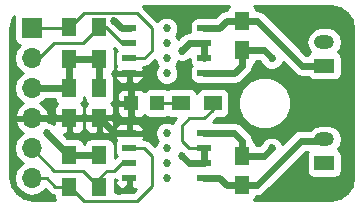
<source format=gtl>
G04 #@! TF.FileFunction,Copper,L1,Top,Signal*
%FSLAX46Y46*%
G04 Gerber Fmt 4.6, Leading zero omitted, Abs format (unit mm)*
G04 Created by KiCad (PCBNEW 4.0.6-e0-6349~53~ubuntu16.04.1) date Fri Apr 14 17:40:12 2017*
%MOMM*%
%LPD*%
G01*
G04 APERTURE LIST*
%ADD10C,0.100000*%
%ADD11R,1.700000X1.200000*%
%ADD12O,1.700000X1.200000*%
%ADD13R,1.250000X1.500000*%
%ADD14R,1.200000X1.200000*%
%ADD15R,1.700000X1.700000*%
%ADD16O,1.700000X1.700000*%
%ADD17R,1.500000X1.300000*%
%ADD18R,1.300000X1.500000*%
%ADD19R,1.143000X0.508000*%
%ADD20C,0.685800*%
%ADD21C,0.600000*%
%ADD22C,0.250000*%
%ADD23C,0.400000*%
%ADD24C,0.254000*%
G04 APERTURE END LIST*
D10*
D11*
X188595000Y-93980000D03*
D12*
X188595000Y-91980000D03*
D11*
X188595000Y-85725000D03*
D12*
X188595000Y-83725000D03*
D13*
X167005000Y-87650000D03*
X167005000Y-90150000D03*
X169545000Y-87650000D03*
X169545000Y-90150000D03*
X181610000Y-84435000D03*
X181610000Y-81935000D03*
X181610000Y-95865000D03*
X181610000Y-93365000D03*
D14*
X174455000Y-88900000D03*
X172255000Y-88900000D03*
D15*
X163830000Y-82550000D03*
D16*
X163830000Y-85090000D03*
X163830000Y-87630000D03*
X163830000Y-90170000D03*
X163830000Y-92710000D03*
X163830000Y-95250000D03*
D17*
X179150000Y-88900000D03*
X176450000Y-88900000D03*
D18*
X167005000Y-85170000D03*
X167005000Y-82470000D03*
X169545000Y-85170000D03*
X169545000Y-82470000D03*
X169545000Y-93265000D03*
X169545000Y-95965000D03*
X167005000Y-93265000D03*
X167005000Y-95965000D03*
D19*
X172085000Y-86360000D03*
X172085000Y-85090000D03*
X172085000Y-83820000D03*
X172085000Y-82550000D03*
X178435000Y-82550000D03*
X178435000Y-83820000D03*
X178435000Y-85090000D03*
X178435000Y-86360000D03*
X172085000Y-95250000D03*
X172085000Y-93980000D03*
X172085000Y-92710000D03*
X172085000Y-91440000D03*
X178435000Y-91440000D03*
X178435000Y-92710000D03*
X178435000Y-93980000D03*
X178435000Y-95250000D03*
D20*
X175260000Y-95250000D03*
X175260000Y-92710000D03*
X175260000Y-86360000D03*
X175260000Y-83820000D03*
X175260000Y-93980000D03*
X175260000Y-91440000D03*
X175260000Y-85090000D03*
X175260000Y-82550000D03*
X165100000Y-91440000D03*
X176530000Y-93345000D03*
X176530000Y-84455000D03*
X171246800Y-96367600D03*
X176530000Y-81280000D03*
X170815000Y-81915000D03*
X184150000Y-85090000D03*
X184150000Y-92710000D03*
D21*
X167005000Y-93265000D02*
X166925000Y-93265000D01*
X166925000Y-93265000D02*
X165100000Y-91440000D01*
X176530000Y-93345000D02*
X177165000Y-93980000D01*
X177165000Y-83820000D02*
X178435000Y-83820000D01*
X176530000Y-84455000D02*
X177165000Y-83820000D01*
X167005000Y-85170000D02*
X169545000Y-85170000D01*
X169545000Y-87650000D02*
X169545000Y-85170000D01*
X167005000Y-87650000D02*
X167005000Y-85170000D01*
X167005000Y-93265000D02*
X169545000Y-93265000D01*
X163830000Y-87630000D02*
X166985000Y-87630000D01*
X166985000Y-87630000D02*
X167005000Y-87650000D01*
D22*
X179150000Y-88900000D02*
X179150000Y-89455000D01*
X179150000Y-89455000D02*
X178435000Y-90170000D01*
D21*
X178435000Y-83820000D02*
X178435000Y-85090000D01*
X177165000Y-93980000D02*
X178435000Y-93980000D01*
X178435000Y-92710000D02*
X178435000Y-93980000D01*
D22*
X177165000Y-92710000D02*
X178435000Y-92710000D01*
X178435000Y-90170000D02*
X177165000Y-90170000D01*
X177165000Y-90170000D02*
X176530000Y-90805000D01*
X176530000Y-90805000D02*
X176530000Y-92075000D01*
X176530000Y-92075000D02*
X177165000Y-92710000D01*
D23*
X172085000Y-95250000D02*
X172085000Y-95834200D01*
X171551600Y-96367600D02*
X171246800Y-96367600D01*
X172085000Y-95834200D02*
X171551600Y-96367600D01*
D21*
X172085000Y-82550000D02*
X171450000Y-82550000D01*
X171450000Y-82550000D02*
X170815000Y-81915000D01*
X167005000Y-90150000D02*
X169545000Y-90150000D01*
X169545000Y-90150000D02*
X170835000Y-91440000D01*
X170835000Y-91440000D02*
X172085000Y-91440000D01*
X163830000Y-90170000D02*
X166985000Y-90170000D01*
X166985000Y-90170000D02*
X167005000Y-90150000D01*
D22*
X172085000Y-86360000D02*
X172085000Y-88730000D01*
X172085000Y-88730000D02*
X172255000Y-88900000D01*
X172085000Y-91440000D02*
X172085000Y-89070000D01*
X172085000Y-89070000D02*
X172255000Y-88900000D01*
X172085000Y-91440000D02*
X170835000Y-91440000D01*
D21*
X183495000Y-84435000D02*
X181610000Y-84435000D01*
X184150000Y-85090000D02*
X183495000Y-84435000D01*
X178435000Y-86360000D02*
X180975000Y-86360000D01*
X181610000Y-85725000D02*
X181610000Y-84435000D01*
X180975000Y-86360000D02*
X181610000Y-85725000D01*
X181610000Y-81935000D02*
X182900000Y-81935000D01*
X186690000Y-85725000D02*
X188595000Y-85725000D01*
X182900000Y-81935000D02*
X186690000Y-85725000D01*
X178435000Y-82550000D02*
X179705000Y-82550000D01*
X180320000Y-81935000D02*
X181610000Y-81935000D01*
X179705000Y-82550000D02*
X180320000Y-81935000D01*
X178435000Y-95250000D02*
X179705000Y-95250000D01*
X180320000Y-95865000D02*
X181610000Y-95865000D01*
X179705000Y-95250000D02*
X180320000Y-95865000D01*
X181610000Y-95865000D02*
X182860000Y-95865000D01*
X186650000Y-92075000D02*
X188500000Y-92075000D01*
X182860000Y-95865000D02*
X186650000Y-92075000D01*
X188500000Y-92075000D02*
X188595000Y-91980000D01*
X181610000Y-93365000D02*
X183495000Y-93365000D01*
X183495000Y-93365000D02*
X184150000Y-92710000D01*
X178435000Y-91440000D02*
X180975000Y-91440000D01*
X181610000Y-92075000D02*
X181610000Y-93365000D01*
X180975000Y-91440000D02*
X181610000Y-92075000D01*
D22*
X174455000Y-88900000D02*
X176450000Y-88900000D01*
X167005000Y-82470000D02*
X167085000Y-82470000D01*
X167085000Y-82470000D02*
X168275000Y-81280000D01*
X173355000Y-85090000D02*
X172085000Y-85090000D01*
X173990000Y-84455000D02*
X173355000Y-85090000D01*
X173990000Y-82550000D02*
X173990000Y-84455000D01*
X172720000Y-81280000D02*
X173990000Y-82550000D01*
X168275000Y-81280000D02*
X172720000Y-81280000D01*
X163830000Y-82550000D02*
X166925000Y-82550000D01*
X166925000Y-82550000D02*
X167005000Y-82470000D01*
X172085000Y-83820000D02*
X171450000Y-83820000D01*
X171450000Y-83820000D02*
X170100000Y-82470000D01*
X170100000Y-82470000D02*
X169545000Y-82470000D01*
X163830000Y-85090000D02*
X164465000Y-85090000D01*
X164465000Y-85090000D02*
X165735000Y-83820000D01*
X165735000Y-83820000D02*
X168195000Y-83820000D01*
X168195000Y-83820000D02*
X169545000Y-82470000D01*
X169545000Y-95965000D02*
X169545000Y-95250000D01*
X169545000Y-95250000D02*
X170180000Y-94615000D01*
X171450000Y-93980000D02*
X172085000Y-93980000D01*
X170815000Y-94615000D02*
X171450000Y-93980000D01*
X170180000Y-94615000D02*
X170815000Y-94615000D01*
X163830000Y-92710000D02*
X165735000Y-94615000D01*
X168195000Y-94615000D02*
X169545000Y-95965000D01*
X165735000Y-94615000D02*
X168195000Y-94615000D01*
X163830000Y-95250000D02*
X165100000Y-95250000D01*
X165815000Y-95965000D02*
X167005000Y-95965000D01*
X165100000Y-95250000D02*
X165815000Y-95965000D01*
X167005000Y-95965000D02*
X167005000Y-95885000D01*
X167005000Y-95885000D02*
X168275000Y-97155000D01*
X168275000Y-97155000D02*
X172720000Y-97155000D01*
X172720000Y-97155000D02*
X173990000Y-95885000D01*
X173990000Y-95885000D02*
X173990000Y-93345000D01*
X173990000Y-93345000D02*
X173355000Y-92710000D01*
X173355000Y-92710000D02*
X172085000Y-92710000D01*
D24*
G36*
X189924989Y-80872152D02*
X190514170Y-81265830D01*
X190907848Y-81855011D01*
X191060000Y-82619931D01*
X191060000Y-95180069D01*
X190907848Y-95944989D01*
X190514170Y-96534170D01*
X189924989Y-96927848D01*
X189160069Y-97080000D01*
X182685027Y-97080000D01*
X182686441Y-97079090D01*
X182831431Y-96866890D01*
X182844977Y-96800000D01*
X182860000Y-96800000D01*
X183217809Y-96728827D01*
X183521145Y-96526145D01*
X187037290Y-93010000D01*
X187229270Y-93010000D01*
X187148569Y-93128110D01*
X187097560Y-93380000D01*
X187097560Y-94580000D01*
X187141838Y-94815317D01*
X187280910Y-95031441D01*
X187493110Y-95176431D01*
X187745000Y-95227440D01*
X189445000Y-95227440D01*
X189680317Y-95183162D01*
X189896441Y-95044090D01*
X190041431Y-94831890D01*
X190092440Y-94580000D01*
X190092440Y-93380000D01*
X190048162Y-93144683D01*
X189909090Y-92928559D01*
X189763525Y-92829099D01*
X190015084Y-92452614D01*
X190109093Y-91980000D01*
X190015084Y-91507386D01*
X189747370Y-91106723D01*
X189346707Y-90839009D01*
X188874093Y-90745000D01*
X188315907Y-90745000D01*
X187843293Y-90839009D01*
X187442630Y-91106723D01*
X187420395Y-91140000D01*
X186650000Y-91140000D01*
X186292191Y-91211173D01*
X185988855Y-91413855D01*
X185057402Y-92345308D01*
X184979507Y-92156788D01*
X184704659Y-91881460D01*
X184345370Y-91732270D01*
X183956337Y-91731931D01*
X183596788Y-91880493D01*
X183321460Y-92155341D01*
X183278209Y-92259501D01*
X183107710Y-92430000D01*
X182847630Y-92430000D01*
X182838162Y-92379683D01*
X182699090Y-92163559D01*
X182541150Y-92055643D01*
X182473827Y-91717191D01*
X182271145Y-91413855D01*
X181636145Y-90778855D01*
X181332809Y-90576173D01*
X180975000Y-90505000D01*
X179174802Y-90505000D01*
X179482362Y-90197440D01*
X179900000Y-90197440D01*
X180135317Y-90153162D01*
X180351441Y-90014090D01*
X180496431Y-89801890D01*
X180547440Y-89550000D01*
X180547440Y-89342619D01*
X181279613Y-89342619D01*
X181619155Y-90164372D01*
X182247321Y-90793636D01*
X183068481Y-91134611D01*
X183957619Y-91135387D01*
X184779372Y-90795845D01*
X185408636Y-90167679D01*
X185749611Y-89346519D01*
X185750387Y-88457381D01*
X185410845Y-87635628D01*
X184782679Y-87006364D01*
X183961519Y-86665389D01*
X183072381Y-86664613D01*
X182250628Y-87004155D01*
X181621364Y-87632321D01*
X181280389Y-88453481D01*
X181279613Y-89342619D01*
X180547440Y-89342619D01*
X180547440Y-88250000D01*
X180503162Y-88014683D01*
X180364090Y-87798559D01*
X180151890Y-87653569D01*
X179900000Y-87602560D01*
X178400000Y-87602560D01*
X178164683Y-87646838D01*
X177948559Y-87785910D01*
X177803569Y-87998110D01*
X177800919Y-88011197D01*
X177664090Y-87798559D01*
X177451890Y-87653569D01*
X177200000Y-87602560D01*
X175700000Y-87602560D01*
X175464683Y-87646838D01*
X175340661Y-87726644D01*
X175306890Y-87703569D01*
X175055000Y-87652560D01*
X173855000Y-87652560D01*
X173619683Y-87696838D01*
X173403559Y-87835910D01*
X173357031Y-87904006D01*
X173214698Y-87761673D01*
X172981309Y-87665000D01*
X172540750Y-87665000D01*
X172382000Y-87823750D01*
X172382000Y-88773000D01*
X172402000Y-88773000D01*
X172402000Y-89027000D01*
X172382000Y-89027000D01*
X172382000Y-89976250D01*
X172540750Y-90135000D01*
X172981309Y-90135000D01*
X173214698Y-90038327D01*
X173355936Y-89897090D01*
X173390910Y-89951441D01*
X173603110Y-90096431D01*
X173855000Y-90147440D01*
X175055000Y-90147440D01*
X175290317Y-90103162D01*
X175338967Y-90071857D01*
X175448110Y-90146431D01*
X175700000Y-90197440D01*
X176062758Y-90197440D01*
X175992599Y-90267599D01*
X175827852Y-90514161D01*
X175808968Y-90609097D01*
X175455370Y-90462270D01*
X175066337Y-90461931D01*
X174706788Y-90610493D01*
X174431460Y-90885341D01*
X174282270Y-91244630D01*
X174281931Y-91633663D01*
X174430493Y-91993212D01*
X174512040Y-92074901D01*
X174431460Y-92155341D01*
X174282270Y-92514630D01*
X174282228Y-92562426D01*
X173892401Y-92172599D01*
X173645839Y-92007852D01*
X173355000Y-91950000D01*
X173237780Y-91950000D01*
X173291500Y-91820309D01*
X173291500Y-91725750D01*
X173132750Y-91567000D01*
X172212000Y-91567000D01*
X172212000Y-91587000D01*
X171958000Y-91587000D01*
X171958000Y-91567000D01*
X171037250Y-91567000D01*
X170878500Y-91725750D01*
X170878500Y-91820309D01*
X170975173Y-92053698D01*
X171001709Y-92080235D01*
X170917069Y-92204110D01*
X170866060Y-92456000D01*
X170866060Y-92964000D01*
X170910338Y-93199317D01*
X171004666Y-93345907D01*
X170960442Y-93410631D01*
X170912599Y-93442599D01*
X170842440Y-93512758D01*
X170842440Y-92515000D01*
X170798162Y-92279683D01*
X170659090Y-92063559D01*
X170446890Y-91918569D01*
X170195000Y-91867560D01*
X168895000Y-91867560D01*
X168659683Y-91911838D01*
X168443559Y-92050910D01*
X168298569Y-92263110D01*
X168285023Y-92330000D01*
X168267630Y-92330000D01*
X168258162Y-92279683D01*
X168119090Y-92063559D01*
X167906890Y-91918569D01*
X167655000Y-91867560D01*
X166849850Y-91867560D01*
X166517290Y-91535000D01*
X166719250Y-91535000D01*
X166878000Y-91376250D01*
X166878000Y-90277000D01*
X167132000Y-90277000D01*
X167132000Y-91376250D01*
X167290750Y-91535000D01*
X167756310Y-91535000D01*
X167989699Y-91438327D01*
X168168327Y-91259698D01*
X168265000Y-91026309D01*
X168265000Y-90435750D01*
X168285000Y-90435750D01*
X168285000Y-91026309D01*
X168381673Y-91259698D01*
X168560301Y-91438327D01*
X168793690Y-91535000D01*
X169259250Y-91535000D01*
X169418000Y-91376250D01*
X169418000Y-90277000D01*
X169672000Y-90277000D01*
X169672000Y-91376250D01*
X169830750Y-91535000D01*
X170296310Y-91535000D01*
X170529699Y-91438327D01*
X170708327Y-91259698D01*
X170791172Y-91059691D01*
X170878500Y-91059691D01*
X170878500Y-91154250D01*
X171037250Y-91313000D01*
X171958000Y-91313000D01*
X171958000Y-90709750D01*
X172212000Y-90709750D01*
X172212000Y-91313000D01*
X173132750Y-91313000D01*
X173291500Y-91154250D01*
X173291500Y-91059691D01*
X173194827Y-90826302D01*
X173016199Y-90647673D01*
X172782810Y-90551000D01*
X172370750Y-90551000D01*
X172212000Y-90709750D01*
X171958000Y-90709750D01*
X171799250Y-90551000D01*
X171387190Y-90551000D01*
X171153801Y-90647673D01*
X170975173Y-90826302D01*
X170878500Y-91059691D01*
X170791172Y-91059691D01*
X170805000Y-91026309D01*
X170805000Y-90435750D01*
X170646250Y-90277000D01*
X169672000Y-90277000D01*
X169418000Y-90277000D01*
X168443750Y-90277000D01*
X168285000Y-90435750D01*
X168265000Y-90435750D01*
X168106250Y-90277000D01*
X167132000Y-90277000D01*
X166878000Y-90277000D01*
X165903750Y-90277000D01*
X165745000Y-90435750D01*
X165745000Y-90701959D01*
X165654659Y-90611460D01*
X165295370Y-90462270D01*
X165237347Y-90462219D01*
X165150155Y-90297000D01*
X163957000Y-90297000D01*
X163957000Y-90317000D01*
X163703000Y-90317000D01*
X163703000Y-90297000D01*
X162509845Y-90297000D01*
X162388524Y-90526890D01*
X162558355Y-90936924D01*
X162948642Y-91365183D01*
X163091553Y-91432298D01*
X162750853Y-91659946D01*
X162428946Y-92141715D01*
X162315907Y-92710000D01*
X162428946Y-93278285D01*
X162750853Y-93760054D01*
X163080026Y-93980000D01*
X162750853Y-94199946D01*
X162428946Y-94681715D01*
X162315907Y-95250000D01*
X162428946Y-95818285D01*
X162750853Y-96300054D01*
X163232622Y-96621961D01*
X163800907Y-96735000D01*
X163859093Y-96735000D01*
X164427378Y-96621961D01*
X164909147Y-96300054D01*
X164975679Y-96200481D01*
X165277599Y-96502401D01*
X165524161Y-96667148D01*
X165707560Y-96703629D01*
X165707560Y-96715000D01*
X165751838Y-96950317D01*
X165835287Y-97080000D01*
X163899931Y-97080000D01*
X163135011Y-96927848D01*
X162545830Y-96534170D01*
X162152152Y-95944989D01*
X162000000Y-95180069D01*
X162000000Y-82619931D01*
X162152152Y-81855011D01*
X162365972Y-81535007D01*
X162332560Y-81700000D01*
X162332560Y-83400000D01*
X162376838Y-83635317D01*
X162515910Y-83851441D01*
X162728110Y-83996431D01*
X162795541Y-84010086D01*
X162750853Y-84039946D01*
X162428946Y-84521715D01*
X162315907Y-85090000D01*
X162428946Y-85658285D01*
X162750853Y-86140054D01*
X163080026Y-86360000D01*
X162750853Y-86579946D01*
X162428946Y-87061715D01*
X162315907Y-87630000D01*
X162428946Y-88198285D01*
X162750853Y-88680054D01*
X163091553Y-88907702D01*
X162948642Y-88974817D01*
X162558355Y-89403076D01*
X162388524Y-89813110D01*
X162509845Y-90043000D01*
X163703000Y-90043000D01*
X163703000Y-90023000D01*
X163957000Y-90023000D01*
X163957000Y-90043000D01*
X165150155Y-90043000D01*
X165271476Y-89813110D01*
X165101645Y-89403076D01*
X164711358Y-88974817D01*
X164568447Y-88907702D01*
X164909147Y-88680054D01*
X164986023Y-88565000D01*
X165763607Y-88565000D01*
X165776838Y-88635317D01*
X165915910Y-88851441D01*
X165984006Y-88897969D01*
X165841673Y-89040302D01*
X165745000Y-89273691D01*
X165745000Y-89864250D01*
X165903750Y-90023000D01*
X166878000Y-90023000D01*
X166878000Y-90003000D01*
X167132000Y-90003000D01*
X167132000Y-90023000D01*
X168106250Y-90023000D01*
X168265000Y-89864250D01*
X168265000Y-89273691D01*
X168168327Y-89040302D01*
X168027090Y-88899064D01*
X168081441Y-88864090D01*
X168226431Y-88651890D01*
X168274910Y-88412491D01*
X168316838Y-88635317D01*
X168455910Y-88851441D01*
X168524006Y-88897969D01*
X168381673Y-89040302D01*
X168285000Y-89273691D01*
X168285000Y-89864250D01*
X168443750Y-90023000D01*
X169418000Y-90023000D01*
X169418000Y-90003000D01*
X169672000Y-90003000D01*
X169672000Y-90023000D01*
X170646250Y-90023000D01*
X170805000Y-89864250D01*
X170805000Y-89273691D01*
X170768574Y-89185750D01*
X171020000Y-89185750D01*
X171020000Y-89626310D01*
X171116673Y-89859699D01*
X171295302Y-90038327D01*
X171528691Y-90135000D01*
X171969250Y-90135000D01*
X172128000Y-89976250D01*
X172128000Y-89027000D01*
X171178750Y-89027000D01*
X171020000Y-89185750D01*
X170768574Y-89185750D01*
X170708327Y-89040302D01*
X170567090Y-88899064D01*
X170621441Y-88864090D01*
X170766431Y-88651890D01*
X170817440Y-88400000D01*
X170817440Y-88173690D01*
X171020000Y-88173690D01*
X171020000Y-88614250D01*
X171178750Y-88773000D01*
X172128000Y-88773000D01*
X172128000Y-87823750D01*
X171969250Y-87665000D01*
X171528691Y-87665000D01*
X171295302Y-87761673D01*
X171116673Y-87940301D01*
X171020000Y-88173690D01*
X170817440Y-88173690D01*
X170817440Y-86900000D01*
X170773162Y-86664683D01*
X170760979Y-86645750D01*
X170878500Y-86645750D01*
X170878500Y-86740309D01*
X170975173Y-86973698D01*
X171153801Y-87152327D01*
X171387190Y-87249000D01*
X171799250Y-87249000D01*
X171958000Y-87090250D01*
X171958000Y-86487000D01*
X172212000Y-86487000D01*
X172212000Y-87090250D01*
X172370750Y-87249000D01*
X172782810Y-87249000D01*
X173016199Y-87152327D01*
X173194827Y-86973698D01*
X173291500Y-86740309D01*
X173291500Y-86645750D01*
X173132750Y-86487000D01*
X172212000Y-86487000D01*
X171958000Y-86487000D01*
X171037250Y-86487000D01*
X170878500Y-86645750D01*
X170760979Y-86645750D01*
X170634090Y-86448559D01*
X170591489Y-86419451D01*
X170646441Y-86384090D01*
X170791431Y-86171890D01*
X170842440Y-85920000D01*
X170842440Y-84420000D01*
X170811670Y-84256472D01*
X170912599Y-84357401D01*
X170962912Y-84391019D01*
X171004666Y-84455907D01*
X170917069Y-84584110D01*
X170866060Y-84836000D01*
X170866060Y-85344000D01*
X170910338Y-85579317D01*
X171001104Y-85720371D01*
X170975173Y-85746302D01*
X170878500Y-85979691D01*
X170878500Y-86074250D01*
X171037250Y-86233000D01*
X171958000Y-86233000D01*
X171958000Y-86213000D01*
X172212000Y-86213000D01*
X172212000Y-86233000D01*
X173132750Y-86233000D01*
X173291500Y-86074250D01*
X173291500Y-85979691D01*
X173237780Y-85850000D01*
X173355000Y-85850000D01*
X173645839Y-85792148D01*
X173892401Y-85627401D01*
X174281971Y-85237831D01*
X174281931Y-85283663D01*
X174430493Y-85643212D01*
X174512040Y-85724901D01*
X174431460Y-85805341D01*
X174282270Y-86164630D01*
X174281931Y-86553663D01*
X174430493Y-86913212D01*
X174705341Y-87188540D01*
X175064630Y-87337730D01*
X175453663Y-87338069D01*
X175813212Y-87189507D01*
X176088540Y-86914659D01*
X176237730Y-86555370D01*
X176238069Y-86166337D01*
X176089507Y-85806788D01*
X176007960Y-85725099D01*
X176088540Y-85644659D01*
X176199790Y-85376739D01*
X176334630Y-85432730D01*
X176723663Y-85433069D01*
X177083212Y-85284507D01*
X177216060Y-85151891D01*
X177216060Y-85344000D01*
X177260338Y-85579317D01*
X177354666Y-85725907D01*
X177267069Y-85854110D01*
X177216060Y-86106000D01*
X177216060Y-86614000D01*
X177260338Y-86849317D01*
X177399410Y-87065441D01*
X177611610Y-87210431D01*
X177863500Y-87261440D01*
X178266283Y-87261440D01*
X178435000Y-87295000D01*
X180975000Y-87295000D01*
X181332809Y-87223827D01*
X181636145Y-87021145D01*
X182271145Y-86386145D01*
X182414305Y-86171890D01*
X182473827Y-86082809D01*
X182541554Y-85742322D01*
X182686441Y-85649090D01*
X182831431Y-85436890D01*
X182844977Y-85370000D01*
X183107710Y-85370000D01*
X183277943Y-85540233D01*
X183320493Y-85643212D01*
X183595341Y-85918540D01*
X183954630Y-86067730D01*
X184343663Y-86068069D01*
X184703212Y-85919507D01*
X184978540Y-85644659D01*
X185069152Y-85426442D01*
X186028855Y-86386145D01*
X186332191Y-86588827D01*
X186690000Y-86660000D01*
X187205982Y-86660000D01*
X187280910Y-86776441D01*
X187493110Y-86921431D01*
X187745000Y-86972440D01*
X189445000Y-86972440D01*
X189680317Y-86928162D01*
X189896441Y-86789090D01*
X190041431Y-86576890D01*
X190092440Y-86325000D01*
X190092440Y-85125000D01*
X190048162Y-84889683D01*
X189909090Y-84673559D01*
X189763525Y-84574099D01*
X190015084Y-84197614D01*
X190109093Y-83725000D01*
X190015084Y-83252386D01*
X189747370Y-82851723D01*
X189346707Y-82584009D01*
X188874093Y-82490000D01*
X188315907Y-82490000D01*
X187843293Y-82584009D01*
X187442630Y-82851723D01*
X187174916Y-83252386D01*
X187080907Y-83725000D01*
X187174916Y-84197614D01*
X187427074Y-84574996D01*
X187293559Y-84660910D01*
X187205356Y-84790000D01*
X187077290Y-84790000D01*
X183561145Y-81273855D01*
X183257809Y-81071173D01*
X182900000Y-81000000D01*
X182847630Y-81000000D01*
X182838162Y-80949683D01*
X182699090Y-80733559D01*
X182679246Y-80720000D01*
X189160069Y-80720000D01*
X189924989Y-80872152D01*
X189924989Y-80872152D01*
G37*
X189924989Y-80872152D02*
X190514170Y-81265830D01*
X190907848Y-81855011D01*
X191060000Y-82619931D01*
X191060000Y-95180069D01*
X190907848Y-95944989D01*
X190514170Y-96534170D01*
X189924989Y-96927848D01*
X189160069Y-97080000D01*
X182685027Y-97080000D01*
X182686441Y-97079090D01*
X182831431Y-96866890D01*
X182844977Y-96800000D01*
X182860000Y-96800000D01*
X183217809Y-96728827D01*
X183521145Y-96526145D01*
X187037290Y-93010000D01*
X187229270Y-93010000D01*
X187148569Y-93128110D01*
X187097560Y-93380000D01*
X187097560Y-94580000D01*
X187141838Y-94815317D01*
X187280910Y-95031441D01*
X187493110Y-95176431D01*
X187745000Y-95227440D01*
X189445000Y-95227440D01*
X189680317Y-95183162D01*
X189896441Y-95044090D01*
X190041431Y-94831890D01*
X190092440Y-94580000D01*
X190092440Y-93380000D01*
X190048162Y-93144683D01*
X189909090Y-92928559D01*
X189763525Y-92829099D01*
X190015084Y-92452614D01*
X190109093Y-91980000D01*
X190015084Y-91507386D01*
X189747370Y-91106723D01*
X189346707Y-90839009D01*
X188874093Y-90745000D01*
X188315907Y-90745000D01*
X187843293Y-90839009D01*
X187442630Y-91106723D01*
X187420395Y-91140000D01*
X186650000Y-91140000D01*
X186292191Y-91211173D01*
X185988855Y-91413855D01*
X185057402Y-92345308D01*
X184979507Y-92156788D01*
X184704659Y-91881460D01*
X184345370Y-91732270D01*
X183956337Y-91731931D01*
X183596788Y-91880493D01*
X183321460Y-92155341D01*
X183278209Y-92259501D01*
X183107710Y-92430000D01*
X182847630Y-92430000D01*
X182838162Y-92379683D01*
X182699090Y-92163559D01*
X182541150Y-92055643D01*
X182473827Y-91717191D01*
X182271145Y-91413855D01*
X181636145Y-90778855D01*
X181332809Y-90576173D01*
X180975000Y-90505000D01*
X179174802Y-90505000D01*
X179482362Y-90197440D01*
X179900000Y-90197440D01*
X180135317Y-90153162D01*
X180351441Y-90014090D01*
X180496431Y-89801890D01*
X180547440Y-89550000D01*
X180547440Y-89342619D01*
X181279613Y-89342619D01*
X181619155Y-90164372D01*
X182247321Y-90793636D01*
X183068481Y-91134611D01*
X183957619Y-91135387D01*
X184779372Y-90795845D01*
X185408636Y-90167679D01*
X185749611Y-89346519D01*
X185750387Y-88457381D01*
X185410845Y-87635628D01*
X184782679Y-87006364D01*
X183961519Y-86665389D01*
X183072381Y-86664613D01*
X182250628Y-87004155D01*
X181621364Y-87632321D01*
X181280389Y-88453481D01*
X181279613Y-89342619D01*
X180547440Y-89342619D01*
X180547440Y-88250000D01*
X180503162Y-88014683D01*
X180364090Y-87798559D01*
X180151890Y-87653569D01*
X179900000Y-87602560D01*
X178400000Y-87602560D01*
X178164683Y-87646838D01*
X177948559Y-87785910D01*
X177803569Y-87998110D01*
X177800919Y-88011197D01*
X177664090Y-87798559D01*
X177451890Y-87653569D01*
X177200000Y-87602560D01*
X175700000Y-87602560D01*
X175464683Y-87646838D01*
X175340661Y-87726644D01*
X175306890Y-87703569D01*
X175055000Y-87652560D01*
X173855000Y-87652560D01*
X173619683Y-87696838D01*
X173403559Y-87835910D01*
X173357031Y-87904006D01*
X173214698Y-87761673D01*
X172981309Y-87665000D01*
X172540750Y-87665000D01*
X172382000Y-87823750D01*
X172382000Y-88773000D01*
X172402000Y-88773000D01*
X172402000Y-89027000D01*
X172382000Y-89027000D01*
X172382000Y-89976250D01*
X172540750Y-90135000D01*
X172981309Y-90135000D01*
X173214698Y-90038327D01*
X173355936Y-89897090D01*
X173390910Y-89951441D01*
X173603110Y-90096431D01*
X173855000Y-90147440D01*
X175055000Y-90147440D01*
X175290317Y-90103162D01*
X175338967Y-90071857D01*
X175448110Y-90146431D01*
X175700000Y-90197440D01*
X176062758Y-90197440D01*
X175992599Y-90267599D01*
X175827852Y-90514161D01*
X175808968Y-90609097D01*
X175455370Y-90462270D01*
X175066337Y-90461931D01*
X174706788Y-90610493D01*
X174431460Y-90885341D01*
X174282270Y-91244630D01*
X174281931Y-91633663D01*
X174430493Y-91993212D01*
X174512040Y-92074901D01*
X174431460Y-92155341D01*
X174282270Y-92514630D01*
X174282228Y-92562426D01*
X173892401Y-92172599D01*
X173645839Y-92007852D01*
X173355000Y-91950000D01*
X173237780Y-91950000D01*
X173291500Y-91820309D01*
X173291500Y-91725750D01*
X173132750Y-91567000D01*
X172212000Y-91567000D01*
X172212000Y-91587000D01*
X171958000Y-91587000D01*
X171958000Y-91567000D01*
X171037250Y-91567000D01*
X170878500Y-91725750D01*
X170878500Y-91820309D01*
X170975173Y-92053698D01*
X171001709Y-92080235D01*
X170917069Y-92204110D01*
X170866060Y-92456000D01*
X170866060Y-92964000D01*
X170910338Y-93199317D01*
X171004666Y-93345907D01*
X170960442Y-93410631D01*
X170912599Y-93442599D01*
X170842440Y-93512758D01*
X170842440Y-92515000D01*
X170798162Y-92279683D01*
X170659090Y-92063559D01*
X170446890Y-91918569D01*
X170195000Y-91867560D01*
X168895000Y-91867560D01*
X168659683Y-91911838D01*
X168443559Y-92050910D01*
X168298569Y-92263110D01*
X168285023Y-92330000D01*
X168267630Y-92330000D01*
X168258162Y-92279683D01*
X168119090Y-92063559D01*
X167906890Y-91918569D01*
X167655000Y-91867560D01*
X166849850Y-91867560D01*
X166517290Y-91535000D01*
X166719250Y-91535000D01*
X166878000Y-91376250D01*
X166878000Y-90277000D01*
X167132000Y-90277000D01*
X167132000Y-91376250D01*
X167290750Y-91535000D01*
X167756310Y-91535000D01*
X167989699Y-91438327D01*
X168168327Y-91259698D01*
X168265000Y-91026309D01*
X168265000Y-90435750D01*
X168285000Y-90435750D01*
X168285000Y-91026309D01*
X168381673Y-91259698D01*
X168560301Y-91438327D01*
X168793690Y-91535000D01*
X169259250Y-91535000D01*
X169418000Y-91376250D01*
X169418000Y-90277000D01*
X169672000Y-90277000D01*
X169672000Y-91376250D01*
X169830750Y-91535000D01*
X170296310Y-91535000D01*
X170529699Y-91438327D01*
X170708327Y-91259698D01*
X170791172Y-91059691D01*
X170878500Y-91059691D01*
X170878500Y-91154250D01*
X171037250Y-91313000D01*
X171958000Y-91313000D01*
X171958000Y-90709750D01*
X172212000Y-90709750D01*
X172212000Y-91313000D01*
X173132750Y-91313000D01*
X173291500Y-91154250D01*
X173291500Y-91059691D01*
X173194827Y-90826302D01*
X173016199Y-90647673D01*
X172782810Y-90551000D01*
X172370750Y-90551000D01*
X172212000Y-90709750D01*
X171958000Y-90709750D01*
X171799250Y-90551000D01*
X171387190Y-90551000D01*
X171153801Y-90647673D01*
X170975173Y-90826302D01*
X170878500Y-91059691D01*
X170791172Y-91059691D01*
X170805000Y-91026309D01*
X170805000Y-90435750D01*
X170646250Y-90277000D01*
X169672000Y-90277000D01*
X169418000Y-90277000D01*
X168443750Y-90277000D01*
X168285000Y-90435750D01*
X168265000Y-90435750D01*
X168106250Y-90277000D01*
X167132000Y-90277000D01*
X166878000Y-90277000D01*
X165903750Y-90277000D01*
X165745000Y-90435750D01*
X165745000Y-90701959D01*
X165654659Y-90611460D01*
X165295370Y-90462270D01*
X165237347Y-90462219D01*
X165150155Y-90297000D01*
X163957000Y-90297000D01*
X163957000Y-90317000D01*
X163703000Y-90317000D01*
X163703000Y-90297000D01*
X162509845Y-90297000D01*
X162388524Y-90526890D01*
X162558355Y-90936924D01*
X162948642Y-91365183D01*
X163091553Y-91432298D01*
X162750853Y-91659946D01*
X162428946Y-92141715D01*
X162315907Y-92710000D01*
X162428946Y-93278285D01*
X162750853Y-93760054D01*
X163080026Y-93980000D01*
X162750853Y-94199946D01*
X162428946Y-94681715D01*
X162315907Y-95250000D01*
X162428946Y-95818285D01*
X162750853Y-96300054D01*
X163232622Y-96621961D01*
X163800907Y-96735000D01*
X163859093Y-96735000D01*
X164427378Y-96621961D01*
X164909147Y-96300054D01*
X164975679Y-96200481D01*
X165277599Y-96502401D01*
X165524161Y-96667148D01*
X165707560Y-96703629D01*
X165707560Y-96715000D01*
X165751838Y-96950317D01*
X165835287Y-97080000D01*
X163899931Y-97080000D01*
X163135011Y-96927848D01*
X162545830Y-96534170D01*
X162152152Y-95944989D01*
X162000000Y-95180069D01*
X162000000Y-82619931D01*
X162152152Y-81855011D01*
X162365972Y-81535007D01*
X162332560Y-81700000D01*
X162332560Y-83400000D01*
X162376838Y-83635317D01*
X162515910Y-83851441D01*
X162728110Y-83996431D01*
X162795541Y-84010086D01*
X162750853Y-84039946D01*
X162428946Y-84521715D01*
X162315907Y-85090000D01*
X162428946Y-85658285D01*
X162750853Y-86140054D01*
X163080026Y-86360000D01*
X162750853Y-86579946D01*
X162428946Y-87061715D01*
X162315907Y-87630000D01*
X162428946Y-88198285D01*
X162750853Y-88680054D01*
X163091553Y-88907702D01*
X162948642Y-88974817D01*
X162558355Y-89403076D01*
X162388524Y-89813110D01*
X162509845Y-90043000D01*
X163703000Y-90043000D01*
X163703000Y-90023000D01*
X163957000Y-90023000D01*
X163957000Y-90043000D01*
X165150155Y-90043000D01*
X165271476Y-89813110D01*
X165101645Y-89403076D01*
X164711358Y-88974817D01*
X164568447Y-88907702D01*
X164909147Y-88680054D01*
X164986023Y-88565000D01*
X165763607Y-88565000D01*
X165776838Y-88635317D01*
X165915910Y-88851441D01*
X165984006Y-88897969D01*
X165841673Y-89040302D01*
X165745000Y-89273691D01*
X165745000Y-89864250D01*
X165903750Y-90023000D01*
X166878000Y-90023000D01*
X166878000Y-90003000D01*
X167132000Y-90003000D01*
X167132000Y-90023000D01*
X168106250Y-90023000D01*
X168265000Y-89864250D01*
X168265000Y-89273691D01*
X168168327Y-89040302D01*
X168027090Y-88899064D01*
X168081441Y-88864090D01*
X168226431Y-88651890D01*
X168274910Y-88412491D01*
X168316838Y-88635317D01*
X168455910Y-88851441D01*
X168524006Y-88897969D01*
X168381673Y-89040302D01*
X168285000Y-89273691D01*
X168285000Y-89864250D01*
X168443750Y-90023000D01*
X169418000Y-90023000D01*
X169418000Y-90003000D01*
X169672000Y-90003000D01*
X169672000Y-90023000D01*
X170646250Y-90023000D01*
X170805000Y-89864250D01*
X170805000Y-89273691D01*
X170768574Y-89185750D01*
X171020000Y-89185750D01*
X171020000Y-89626310D01*
X171116673Y-89859699D01*
X171295302Y-90038327D01*
X171528691Y-90135000D01*
X171969250Y-90135000D01*
X172128000Y-89976250D01*
X172128000Y-89027000D01*
X171178750Y-89027000D01*
X171020000Y-89185750D01*
X170768574Y-89185750D01*
X170708327Y-89040302D01*
X170567090Y-88899064D01*
X170621441Y-88864090D01*
X170766431Y-88651890D01*
X170817440Y-88400000D01*
X170817440Y-88173690D01*
X171020000Y-88173690D01*
X171020000Y-88614250D01*
X171178750Y-88773000D01*
X172128000Y-88773000D01*
X172128000Y-87823750D01*
X171969250Y-87665000D01*
X171528691Y-87665000D01*
X171295302Y-87761673D01*
X171116673Y-87940301D01*
X171020000Y-88173690D01*
X170817440Y-88173690D01*
X170817440Y-86900000D01*
X170773162Y-86664683D01*
X170760979Y-86645750D01*
X170878500Y-86645750D01*
X170878500Y-86740309D01*
X170975173Y-86973698D01*
X171153801Y-87152327D01*
X171387190Y-87249000D01*
X171799250Y-87249000D01*
X171958000Y-87090250D01*
X171958000Y-86487000D01*
X172212000Y-86487000D01*
X172212000Y-87090250D01*
X172370750Y-87249000D01*
X172782810Y-87249000D01*
X173016199Y-87152327D01*
X173194827Y-86973698D01*
X173291500Y-86740309D01*
X173291500Y-86645750D01*
X173132750Y-86487000D01*
X172212000Y-86487000D01*
X171958000Y-86487000D01*
X171037250Y-86487000D01*
X170878500Y-86645750D01*
X170760979Y-86645750D01*
X170634090Y-86448559D01*
X170591489Y-86419451D01*
X170646441Y-86384090D01*
X170791431Y-86171890D01*
X170842440Y-85920000D01*
X170842440Y-84420000D01*
X170811670Y-84256472D01*
X170912599Y-84357401D01*
X170962912Y-84391019D01*
X171004666Y-84455907D01*
X170917069Y-84584110D01*
X170866060Y-84836000D01*
X170866060Y-85344000D01*
X170910338Y-85579317D01*
X171001104Y-85720371D01*
X170975173Y-85746302D01*
X170878500Y-85979691D01*
X170878500Y-86074250D01*
X171037250Y-86233000D01*
X171958000Y-86233000D01*
X171958000Y-86213000D01*
X172212000Y-86213000D01*
X172212000Y-86233000D01*
X173132750Y-86233000D01*
X173291500Y-86074250D01*
X173291500Y-85979691D01*
X173237780Y-85850000D01*
X173355000Y-85850000D01*
X173645839Y-85792148D01*
X173892401Y-85627401D01*
X174281971Y-85237831D01*
X174281931Y-85283663D01*
X174430493Y-85643212D01*
X174512040Y-85724901D01*
X174431460Y-85805341D01*
X174282270Y-86164630D01*
X174281931Y-86553663D01*
X174430493Y-86913212D01*
X174705341Y-87188540D01*
X175064630Y-87337730D01*
X175453663Y-87338069D01*
X175813212Y-87189507D01*
X176088540Y-86914659D01*
X176237730Y-86555370D01*
X176238069Y-86166337D01*
X176089507Y-85806788D01*
X176007960Y-85725099D01*
X176088540Y-85644659D01*
X176199790Y-85376739D01*
X176334630Y-85432730D01*
X176723663Y-85433069D01*
X177083212Y-85284507D01*
X177216060Y-85151891D01*
X177216060Y-85344000D01*
X177260338Y-85579317D01*
X177354666Y-85725907D01*
X177267069Y-85854110D01*
X177216060Y-86106000D01*
X177216060Y-86614000D01*
X177260338Y-86849317D01*
X177399410Y-87065441D01*
X177611610Y-87210431D01*
X177863500Y-87261440D01*
X178266283Y-87261440D01*
X178435000Y-87295000D01*
X180975000Y-87295000D01*
X181332809Y-87223827D01*
X181636145Y-87021145D01*
X182271145Y-86386145D01*
X182414305Y-86171890D01*
X182473827Y-86082809D01*
X182541554Y-85742322D01*
X182686441Y-85649090D01*
X182831431Y-85436890D01*
X182844977Y-85370000D01*
X183107710Y-85370000D01*
X183277943Y-85540233D01*
X183320493Y-85643212D01*
X183595341Y-85918540D01*
X183954630Y-86067730D01*
X184343663Y-86068069D01*
X184703212Y-85919507D01*
X184978540Y-85644659D01*
X185069152Y-85426442D01*
X186028855Y-86386145D01*
X186332191Y-86588827D01*
X186690000Y-86660000D01*
X187205982Y-86660000D01*
X187280910Y-86776441D01*
X187493110Y-86921431D01*
X187745000Y-86972440D01*
X189445000Y-86972440D01*
X189680317Y-86928162D01*
X189896441Y-86789090D01*
X190041431Y-86576890D01*
X190092440Y-86325000D01*
X190092440Y-85125000D01*
X190048162Y-84889683D01*
X189909090Y-84673559D01*
X189763525Y-84574099D01*
X190015084Y-84197614D01*
X190109093Y-83725000D01*
X190015084Y-83252386D01*
X189747370Y-82851723D01*
X189346707Y-82584009D01*
X188874093Y-82490000D01*
X188315907Y-82490000D01*
X187843293Y-82584009D01*
X187442630Y-82851723D01*
X187174916Y-83252386D01*
X187080907Y-83725000D01*
X187174916Y-84197614D01*
X187427074Y-84574996D01*
X187293559Y-84660910D01*
X187205356Y-84790000D01*
X187077290Y-84790000D01*
X183561145Y-81273855D01*
X183257809Y-81071173D01*
X182900000Y-81000000D01*
X182847630Y-81000000D01*
X182838162Y-80949683D01*
X182699090Y-80733559D01*
X182679246Y-80720000D01*
X189160069Y-80720000D01*
X189924989Y-80872152D01*
G36*
X172212000Y-95123000D02*
X172232000Y-95123000D01*
X172232000Y-95377000D01*
X172212000Y-95377000D01*
X172212000Y-95980250D01*
X172370750Y-96139000D01*
X172661198Y-96139000D01*
X172405198Y-96395000D01*
X170842440Y-96395000D01*
X170842440Y-95369542D01*
X170878500Y-95362369D01*
X170878500Y-95377002D01*
X171037248Y-95377002D01*
X170878500Y-95535750D01*
X170878500Y-95630309D01*
X170975173Y-95863698D01*
X171153801Y-96042327D01*
X171387190Y-96139000D01*
X171799250Y-96139000D01*
X171958000Y-95980250D01*
X171958000Y-95377000D01*
X171938000Y-95377000D01*
X171938000Y-95123000D01*
X171958000Y-95123000D01*
X171958000Y-95103000D01*
X172212000Y-95103000D01*
X172212000Y-95123000D01*
X172212000Y-95123000D01*
G37*
X172212000Y-95123000D02*
X172232000Y-95123000D01*
X172232000Y-95377000D01*
X172212000Y-95377000D01*
X172212000Y-95980250D01*
X172370750Y-96139000D01*
X172661198Y-96139000D01*
X172405198Y-96395000D01*
X170842440Y-96395000D01*
X170842440Y-95369542D01*
X170878500Y-95362369D01*
X170878500Y-95377002D01*
X171037248Y-95377002D01*
X170878500Y-95535750D01*
X170878500Y-95630309D01*
X170975173Y-95863698D01*
X171153801Y-96042327D01*
X171387190Y-96139000D01*
X171799250Y-96139000D01*
X171958000Y-95980250D01*
X171958000Y-95377000D01*
X171938000Y-95377000D01*
X171938000Y-95123000D01*
X171958000Y-95123000D01*
X171958000Y-95103000D01*
X172212000Y-95103000D01*
X172212000Y-95123000D01*
G36*
X180533559Y-80720910D02*
X180388569Y-80933110D01*
X180375023Y-81000000D01*
X180320000Y-81000000D01*
X179962191Y-81071173D01*
X179658855Y-81273855D01*
X179317710Y-81615000D01*
X178435000Y-81615000D01*
X178266283Y-81648560D01*
X177863500Y-81648560D01*
X177628183Y-81692838D01*
X177412059Y-81831910D01*
X177267069Y-82044110D01*
X177216060Y-82296000D01*
X177216060Y-82804000D01*
X177231301Y-82885000D01*
X177165000Y-82885000D01*
X176807191Y-82956173D01*
X176570149Y-83114559D01*
X176503855Y-83158855D01*
X176179097Y-83483613D01*
X176089507Y-83266788D01*
X176007960Y-83185099D01*
X176088540Y-83104659D01*
X176237730Y-82745370D01*
X176238069Y-82356337D01*
X176089507Y-81996788D01*
X175814659Y-81721460D01*
X175455370Y-81572270D01*
X175066337Y-81571931D01*
X174706788Y-81720493D01*
X174470836Y-81956034D01*
X173257401Y-80742599D01*
X173223579Y-80720000D01*
X180534973Y-80720000D01*
X180533559Y-80720910D01*
X180533559Y-80720910D01*
G37*
X180533559Y-80720910D02*
X180388569Y-80933110D01*
X180375023Y-81000000D01*
X180320000Y-81000000D01*
X179962191Y-81071173D01*
X179658855Y-81273855D01*
X179317710Y-81615000D01*
X178435000Y-81615000D01*
X178266283Y-81648560D01*
X177863500Y-81648560D01*
X177628183Y-81692838D01*
X177412059Y-81831910D01*
X177267069Y-82044110D01*
X177216060Y-82296000D01*
X177216060Y-82804000D01*
X177231301Y-82885000D01*
X177165000Y-82885000D01*
X176807191Y-82956173D01*
X176570149Y-83114559D01*
X176503855Y-83158855D01*
X176179097Y-83483613D01*
X176089507Y-83266788D01*
X176007960Y-83185099D01*
X176088540Y-83104659D01*
X176237730Y-82745370D01*
X176238069Y-82356337D01*
X176089507Y-81996788D01*
X175814659Y-81721460D01*
X175455370Y-81572270D01*
X175066337Y-81571931D01*
X174706788Y-81720493D01*
X174470836Y-81956034D01*
X173257401Y-80742599D01*
X173223579Y-80720000D01*
X180534973Y-80720000D01*
X180533559Y-80720910D01*
G36*
X172212000Y-82423000D02*
X172232000Y-82423000D01*
X172232000Y-82677000D01*
X172212000Y-82677000D01*
X172212000Y-82697000D01*
X171958000Y-82697000D01*
X171958000Y-82677000D01*
X171938000Y-82677000D01*
X171938000Y-82423000D01*
X171958000Y-82423000D01*
X171958000Y-82403000D01*
X172212000Y-82403000D01*
X172212000Y-82423000D01*
X172212000Y-82423000D01*
G37*
X172212000Y-82423000D02*
X172232000Y-82423000D01*
X172232000Y-82677000D01*
X172212000Y-82677000D01*
X172212000Y-82697000D01*
X171958000Y-82697000D01*
X171958000Y-82677000D01*
X171938000Y-82677000D01*
X171938000Y-82423000D01*
X171958000Y-82423000D01*
X171958000Y-82403000D01*
X172212000Y-82403000D01*
X172212000Y-82423000D01*
M02*

</source>
